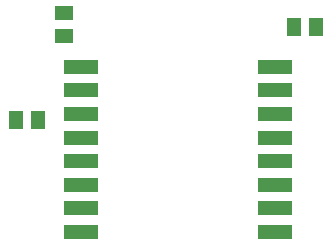
<source format=gtp>
G75*
%MOIN*%
%OFA0B0*%
%FSLAX25Y25*%
%IPPOS*%
%LPD*%
%AMOC8*
5,1,8,0,0,1.08239X$1,22.5*
%
%ADD10R,0.11811X0.04724*%
%ADD11R,0.05118X0.06299*%
%ADD12R,0.06299X0.05118*%
D10*
X0113764Y0109740D03*
X0113764Y0117614D03*
X0113764Y0125488D03*
X0113764Y0133362D03*
X0113764Y0141236D03*
X0113764Y0149110D03*
X0113764Y0156984D03*
X0113764Y0164858D03*
X0178331Y0164858D03*
X0178331Y0156984D03*
X0178331Y0149110D03*
X0178331Y0141236D03*
X0178331Y0133362D03*
X0178331Y0125488D03*
X0178331Y0117614D03*
X0178331Y0109740D03*
D11*
X0184787Y0177961D03*
X0192268Y0177961D03*
X0099496Y0147055D03*
X0092016Y0147055D03*
D12*
X0108264Y0175232D03*
X0108264Y0182713D03*
M02*

</source>
